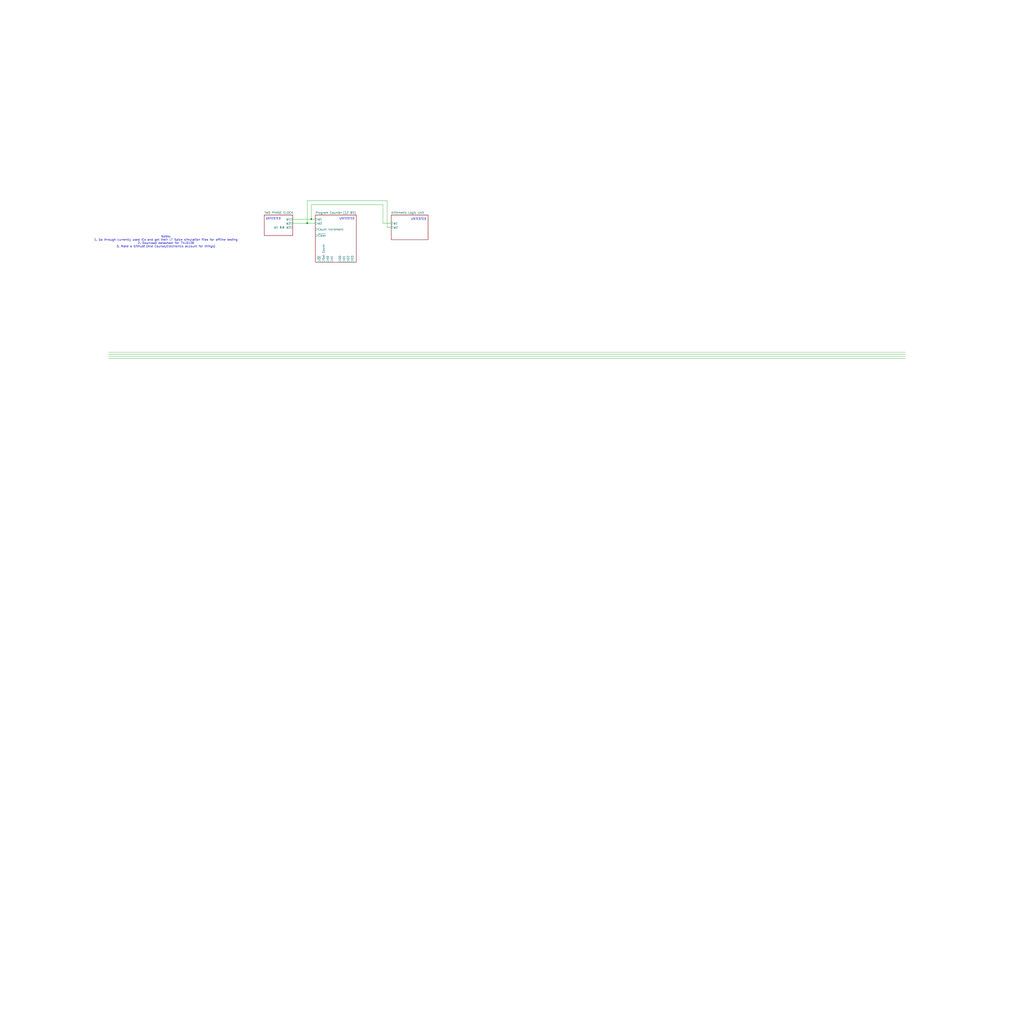
<source format=kicad_sch>
(kicad_sch (version 20231120) (generator "eeschema") (generator_version "8.0")
  (paper "User" 635 635)
  (lib_symbols
    (symbol "74xx:74HC04"
      (property "Reference" "U" (at 0 1.27 0))
      (property "Value" "74HC04" (at 0 -1.27 0))
      (symbol "74HC04_1_0"
        (pin input line (at -7.62 0 0) (length 3.81) (name "~") (number "1"))
        (pin output inverted (at 7.62 0 180) (length 3.81) (name "~") (number "2"))
      )
      (symbol "74HC04_2_0"
        (pin input line (at -7.62 0 0) (length 3.81) (name "~") (number "3"))
        (pin output inverted (at 7.62 0 180) (length 3.81) (name "~") (number "4"))
      )
      (symbol "74HC04_3_0"
        (pin input line (at -7.62 0 0) (length 3.81) (name "~") (number "5"))
        (pin output inverted (at 7.62 0 180) (length 3.81) (name "~") (number "6"))
      )
      (symbol "74HC04_4_0"
        (pin output inverted (at 7.62 0 180) (length 3.81) (name "~") (number "8"))
        (pin input line (at -7.62 0 0) (length 3.81) (name "~") (number "9"))
      )
      (symbol "74HC04_5_0"
        (pin output inverted (at 7.62 0 180) (length 3.81) (name "~") (number "10"))
        (pin input line (at -7.62 0 0) (length 3.81) (name "~") (number "11"))
      )
      (symbol "74HC04_6_0"
        (pin output inverted (at 7.62 0 180) (length 3.81) (name "~") (number "12"))
        (pin input line (at -7.62 0 0) (length 3.81) (name "~") (number "13"))
      )
      (symbol "74HC04_7_0"
        (pin power_in line (at 0 12.7 270) (length 5.08) (name "VCC") (number "14"))
        (pin power_in line (at 0 -12.7 90) (length 5.08) (name "GND") (number "7"))
      )
    )
    (symbol "74xx:74LS00" (pin_names (offset 1.016))
      (property "Reference" "U" (at 0 1.27 0))
      (property "Value" "74LS00" (at 0 -1.27 0))
      (symbol "74LS00_1_1"
        (pin input line (at -7.62 2.54 0) (length 3.81) (name "~") (number "1"))
        (pin input line (at -7.62 -2.54 0) (length 3.81) (name "~") (number "2"))
        (pin output inverted (at 7.62 0 180) (length 3.81) (name "~") (number "3"))
      )
      (symbol "74LS00_1_2"
        (pin input inverted (at -7.62 2.54 0) (length 4.318) (name "~") (number "1"))
        (pin input inverted (at -7.62 -2.54 0) (length 4.318) (name "~") (number "2"))
        (pin output line (at 7.62 0 180) (length 3.81) (name "~") (number "3"))
      )
      (symbol "74LS00_2_1"
        (pin input line (at -7.62 2.54 0) (length 3.81) (name "~") (number "4"))
        (pin input line (at -7.62 -2.54 0) (length 3.81) (name "~") (number "5"))
        (pin output inverted (at 7.62 0 180) (length 3.81) (name "~") (number "6"))
      )
      (symbol "74LS00_2_2"
        (pin input inverted (at -7.62 2.54 0) (length 4.318) (name "~") (number "4"))
        (pin input inverted (at -7.62 -2.54 0) (length 4.318) (name "~") (number "5"))
        (pin output line (at 7.62 0 180) (length 3.81) (name "~") (number "6"))
      )
      (symbol "74LS00_3_1"
        (pin input line (at -7.62 -2.54 0) (length 3.81) (name "~") (number "10"))
        (pin output inverted (at 7.62 0 180) (length 3.81) (name "~") (number "8"))
        (pin input line (at -7.62 2.54 0) (length 3.81) (name "~") (number "9"))
      )
      (symbol "74LS00_3_2"
        (pin input inverted (at -7.62 -2.54 0) (length 4.318) (name "~") (number "10"))
        (pin output line (at 7.62 0 180) (length 3.81) (name "~") (number "8"))
        (pin input inverted (at -7.62 2.54 0) (length 4.318) (name "~") (number "9"))
      )
      (symbol "74LS00_4_1"
        (pin output inverted (at 7.62 0 180) (length 3.81) (name "~") (number "11"))
        (pin input line (at -7.62 2.54 0) (length 3.81) (name "~") (number "12"))
        (pin input line (at -7.62 -2.54 0) (length 3.81) (name "~") (number "13"))
      )
      (symbol "74LS00_4_2"
        (pin output line (at 7.62 0 180) (length 3.81) (name "~") (number "11"))
        (pin input inverted (at -7.62 2.54 0) (length 4.318) (name "~") (number "12"))
        (pin input inverted (at -7.62 -2.54 0) (length 4.318) (name "~") (number "13"))
      )
      (symbol "74LS00_5_0"
        (pin power_in line (at 0 12.7 270) (length 5.08) (name "VCC") (number "14"))
        (pin power_in line (at 0 -12.7 90) (length 5.08) (name "GND") (number "7"))
      )
    )
    (symbol "74xx:74LS02" (pin_names (offset 1.016))
      (property "Reference" "U" (at 0 1.27 0))
      (property "Value" "74LS02" (at 0 -1.27 0))
      (symbol "74LS02_1_1"
        (pin output inverted (at 7.62 0 180) (length 3.81) (name "~") (number "1"))
        (pin input line (at -7.62 2.54 0) (length 4.318) (name "~") (number "2"))
        (pin input line (at -7.62 -2.54 0) (length 4.318) (name "~") (number "3"))
      )
      (symbol "74LS02_1_2"
        (pin output line (at 7.62 0 180) (length 3.81) (name "~") (number "1"))
        (pin input inverted (at -7.62 2.54 0) (length 3.81) (name "~") (number "2"))
        (pin input inverted (at -7.62 -2.54 0) (length 3.81) (name "~") (number "3"))
      )
      (symbol "74LS02_2_1"
        (pin output inverted (at 7.62 0 180) (length 3.81) (name "~") (number "4"))
        (pin input line (at -7.62 2.54 0) (length 4.318) (name "~") (number "5"))
        (pin input line (at -7.62 -2.54 0) (length 4.318) (name "~") (number "6"))
      )
      (symbol "74LS02_2_2"
        (pin output line (at 7.62 0 180) (length 3.81) (name "~") (number "4"))
        (pin input inverted (at -7.62 2.54 0) (length 3.81) (name "~") (number "5"))
        (pin input inverted (at -7.62 -2.54 0) (length 3.81) (name "~") (number "6"))
      )
      (symbol "74LS02_3_1"
        (pin output inverted (at 7.62 0 180) (length 3.81) (name "~") (number "10"))
        (pin input line (at -7.62 2.54 0) (length 4.318) (name "~") (number "8"))
        (pin input line (at -7.62 -2.54 0) (length 4.318) (name "~") (number "9"))
      )
      (symbol "74LS02_3_2"
        (pin output line (at 7.62 0 180) (length 3.81) (name "~") (number "10"))
        (pin input inverted (at -7.62 2.54 0) (length 3.81) (name "~") (number "8"))
        (pin input inverted (at -7.62 -2.54 0) (length 3.81) (name "~") (number "9"))
      )
      (symbol "74LS02_4_1"
        (pin input line (at -7.62 2.54 0) (length 4.318) (name "~") (number "11"))
        (pin input line (at -7.62 -2.54 0) (length 4.318) (name "~") (number "12"))
        (pin output inverted (at 7.62 0 180) (length 3.81) (name "~") (number "13"))
      )
      (symbol "74LS02_4_2"
        (pin input inverted (at -7.62 2.54 0) (length 3.81) (name "~") (number "11"))
        (pin input inverted (at -7.62 -2.54 0) (length 3.81) (name "~") (number "12"))
        (pin output line (at 7.62 0 180) (length 3.81) (name "~") (number "13"))
      )
      (symbol "74LS02_5_0"
        (pin power_in line (at 0 12.7 270) (length 5.08) (name "VCC") (number "14"))
        (pin power_in line (at 0 -12.7 90) (length 5.08) (name "GND") (number "7"))
      )
    )
    (symbol "74xx:74LS04"
      (property "Reference" "U" (at 0 1.27 0))
      (property "Value" "74LS04" (at 0 -1.27 0))
      (symbol "74LS04_1_0"
        (pin input line (at -7.62 0 0) (length 3.81) (name "~") (number "1"))
        (pin output inverted (at 7.62 0 180) (length 3.81) (name "~") (number "2"))
      )
      (symbol "74LS04_2_0"
        (pin input line (at -7.62 0 0) (length 3.81) (name "~") (number "3"))
        (pin output inverted (at 7.62 0 180) (length 3.81) (name "~") (number "4"))
      )
      (symbol "74LS04_3_0"
        (pin input line (at -7.62 0 0) (length 3.81) (name "~") (number "5"))
        (pin output inverted (at 7.62 0 180) (length 3.81) (name "~") (number "6"))
      )
      (symbol "74LS04_4_0"
        (pin output inverted (at 7.62 0 180) (length 3.81) (name "~") (number "8"))
        (pin input line (at -7.62 0 0) (length 3.81) (name "~") (number "9"))
      )
      (symbol "74LS04_5_0"
        (pin output inverted (at 7.62 0 180) (length 3.81) (name "~") (number "10"))
        (pin input line (at -7.62 0 0) (length 3.81) (name "~") (number "11"))
      )
      (symbol "74LS04_6_0"
        (pin output inverted (at 7.62 0 180) (length 3.81) (name "~") (number "12"))
        (pin input line (at -7.62 0 0) (length 3.81) (name "~") (number "13"))
      )
      (symbol "74LS04_7_0"
        (pin power_in line (at 0 12.7 270) (length 5.08) (name "VCC") (number "14"))
        (pin power_in line (at 0 -12.7 90) (length 5.08) (name "GND") (number "7"))
      )
    )
    (symbol "74xx:74LS08" (pin_names (offset 1.016))
      (property "Reference" "U" (at 0 1.27 0))
      (property "Value" "74LS08" (at 0 -1.27 0))
      (symbol "74LS08_1_1"
        (pin input line (at -7.62 2.54 0) (length 3.81) (name "~") (number "1"))
        (pin input line (at -7.62 -2.54 0) (length 3.81) (name "~") (number "2"))
        (pin output line (at 7.62 0 180) (length 3.81) (name "~") (number "3"))
      )
      (symbol "74LS08_1_2"
        (pin input inverted (at -7.62 2.54 0) (length 4.318) (name "~") (number "1"))
        (pin input inverted (at -7.62 -2.54 0) (length 4.318) (name "~") (number "2"))
        (pin output inverted (at 7.62 0 180) (length 3.81) (name "~") (number "3"))
      )
      (symbol "74LS08_2_1"
        (pin input line (at -7.62 2.54 0) (length 3.81) (name "~") (number "4"))
        (pin input line (at -7.62 -2.54 0) (length 3.81) (name "~") (number "5"))
        (pin output line (at 7.62 0 180) (length 3.81) (name "~") (number "6"))
      )
      (symbol "74LS08_2_2"
        (pin input inverted (at -7.62 2.54 0) (length 4.318) (name "~") (number "4"))
        (pin input inverted (at -7.62 -2.54 0) (length 4.318) (name "~") (number "5"))
        (pin output inverted (at 7.62 0 180) (length 3.81) (name "~") (number "6"))
      )
      (symbol "74LS08_3_1"
        (pin input line (at -7.62 -2.54 0) (length 3.81) (name "~") (number "10"))
        (pin output line (at 7.62 0 180) (length 3.81) (name "~") (number "8"))
        (pin input line (at -7.62 2.54 0) (length 3.81) (name "~") (number "9"))
      )
      (symbol "74LS08_3_2"
        (pin input inverted (at -7.62 -2.54 0) (length 4.318) (name "~") (number "10"))
        (pin output inverted (at 7.62 0 180) (length 3.81) (name "~") (number "8"))
        (pin input inverted (at -7.62 2.54 0) (length 4.318) (name "~") (number "9"))
      )
      (symbol "74LS08_4_1"
        (pin output line (at 7.62 0 180) (length 3.81) (name "~") (number "11"))
        (pin input line (at -7.62 2.54 0) (length 3.81) (name "~") (number "12"))
        (pin input line (at -7.62 -2.54 0) (length 3.81) (name "~") (number "13"))
      )
      (symbol "74LS08_4_2"
        (pin output inverted (at 7.62 0 180) (length 3.81) (name "~") (number "11"))
        (pin input inverted (at -7.62 2.54 0) (length 4.318) (name "~") (number "12"))
        (pin input inverted (at -7.62 -2.54 0) (length 4.318) (name "~") (number "13"))
      )
      (symbol "74LS08_5_0"
        (pin power_in line (at 0 12.7 270) (length 5.08) (name "VCC") (number "14"))
        (pin power_in line (at 0 -12.7 90) (length 5.08) (name "GND") (number "7"))
      )
    )
    (symbol "74xx:74LS161" (pin_names (offset 1.016))
      (property "Reference" "U" (at -7.62 16.51 0))
      (property "Value" "74LS161" (at -7.62 -16.51 0))
      (symbol "74LS161_1_0"
        (pin input line (at -12.7 -12.7 0) (length 5.08) (name "~{MR}") (number "1"))
        (pin input line (at -12.7 -5.08 0) (length 5.08) (name "CET") (number "10"))
        (pin output line (at 12.7 5.08 180) (length 5.08) (name "Q3") (number "11"))
        (pin output line (at 12.7 7.62 180) (length 5.08) (name "Q2") (number "12"))
        (pin output line (at 12.7 10.16 180) (length 5.08) (name "Q1") (number "13"))
        (pin output line (at 12.7 12.7 180) (length 5.08) (name "Q0") (number "14"))
        (pin output line (at 12.7 0 180) (length 5.08) (name "TC") (number "15"))
        (pin power_in line (at 0 20.32 270) (length 5.08) (name "VCC") (number "16"))
        (pin input line (at -12.7 -7.62 0) (length 5.08) (name "CP") (number "2"))
        (pin input line (at -12.7 12.7 0) (length 5.08) (name "D0") (number "3"))
        (pin input line (at -12.7 10.16 0) (length 5.08) (name "D1") (number "4"))
        (pin input line (at -12.7 7.62 0) (length 5.08) (name "D2") (number "5"))
        (pin input line (at -12.7 5.08 0) (length 5.08) (name "D3") (number "6"))
        (pin input line (at -12.7 -2.54 0) (length 5.08) (name "CEP") (number "7"))
        (pin power_in line (at 0 -20.32 90) (length 5.08) (name "GND") (number "8"))
        (pin input line (at -12.7 0 0) (length 5.08) (name "~{PE}") (number "9"))
      )
    )
    (symbol "74xx:74LS245" (pin_names (offset 1.016))
      (property "Reference" "U" (at -7.62 16.51 0))
      (property "Value" "74LS245" (at -7.62 -16.51 0))
      (symbol "74LS245_1_0"
        (pin input line (at -12.7 -10.16 0) (length 5.08) (name "A->B") (number "1"))
        (pin power_in line (at 0 -20.32 90) (length 5.08) (name "GND") (number "10"))
        (pin tri_state line (at 12.7 -5.08 180) (length 5.08) (name "B7") (number "11"))
        (pin tri_state line (at 12.7 -2.54 180) (length 5.08) (name "B6") (number "12"))
        (pin tri_state line (at 12.7 0 180) (length 5.08) (name "B5") (number "13"))
        (pin tri_state line (at 12.7 2.54 180) (length 5.08) (name "B4") (number "14"))
        (pin tri_state line (at 12.7 5.08 180) (length 5.08) (name "B3") (number "15"))
        (pin tri_state line (at 12.7 7.62 180) (length 5.08) (name "B2") (number "16"))
        (pin tri_state line (at 12.7 10.16 180) (length 5.08) (name "B1") (number "17"))
        (pin tri_state line (at 12.7 12.7 180) (length 5.08) (name "B0") (number "18"))
        (pin input inverted (at -12.7 -12.7 0) (length 5.08) (name "CE") (number "19"))
        (pin tri_state line (at -12.7 12.7 0) (length 5.08) (name "A0") (number "2"))
        (pin power_in line (at 0 20.32 270) (length 5.08) (name "VCC") (number "20"))
        (pin tri_state line (at -12.7 10.16 0) (length 5.08) (name "A1") (number "3"))
        (pin tri_state line (at -12.7 7.62 0) (length 5.08) (name "A2") (number "4"))
        (pin tri_state line (at -12.7 5.08 0) (length 5.08) (name "A3") (number "5"))
        (pin tri_state line (at -12.7 2.54 0) (length 5.08) (name "A4") (number "6"))
        (pin tri_state line (at -12.7 0 0) (length 5.08) (name "A5") (number "7"))
        (pin tri_state line (at -12.7 -2.54 0) (length 5.08) (name "A6") (number "8"))
        (pin tri_state line (at -12.7 -5.08 0) (length 5.08) (name "A7") (number "9"))
      )
    )
    (symbol "74xx:74LS32" (pin_names (offset 1.016))
      (property "Reference" "U" (at 0 1.27 0))
      (property "Value" "74LS32" (at 0 -1.27 0))
      (symbol "74LS32_1_1"
        (pin input line (at -7.62 2.54 0) (length 4.318) (name "~") (number "1"))
        (pin input line (at -7.62 -2.54 0) (length 4.318) (name "~") (number "2"))
        (pin output line (at 7.62 0 180) (length 3.81) (name "~") (number "3"))
      )
      (symbol "74LS32_1_2"
        (pin input inverted (at -7.62 2.54 0) (length 3.81) (name "~") (number "1"))
        (pin input inverted (at -7.62 -2.54 0) (length 3.81) (name "~") (number "2"))
        (pin output inverted (at 7.62 0 180) (length 3.81) (name "~") (number "3"))
      )
      (symbol "74LS32_2_1"
        (pin input line (at -7.62 2.54 0) (length 4.318) (name "~") (number "4"))
        (pin input line (at -7.62 -2.54 0) (length 4.318) (name "~") (number "5"))
        (pin output line (at 7.62 0 180) (length 3.81) (name "~") (number "6"))
      )
      (symbol "74LS32_2_2"
        (pin input inverted (at -7.62 2.54 0) (length 3.81) (name "~") (number "4"))
        (pin input inverted (at -7.62 -2.54 0) (length 3.81) (name "~") (number "5"))
        (pin output inverted (at 7.62 0 180) (length 3.81) (name "~") (number "6"))
      )
      (symbol "74LS32_3_1"
        (pin input line (at -7.62 -2.54 0) (length 4.318) (name "~") (number "10"))
        (pin output line (at 7.62 0 180) (length 3.81) (name "~") (number "8"))
        (pin input line (at -7.62 2.54 0) (length 4.318) (name "~") (number "9"))
      )
      (symbol "74LS32_3_2"
        (pin input inverted (at -7.62 -2.54 0) (length 3.81) (name "~") (number "10"))
        (pin output inverted (at 7.62 0 180) (length 3.81) (name "~") (number "8"))
        (pin input inverted (at -7.62 2.54 0) (length 3.81) (name "~") (number "9"))
      )
      (symbol "74LS32_4_1"
        (pin output line (at 7.62 0 180) (length 3.81) (name "~") (number "11"))
        (pin input line (at -7.62 2.54 0) (length 4.318) (name "~") (number "12"))
        (pin input line (at -7.62 -2.54 0) (length 4.318) (name "~") (number "13"))
      )
      (symbol "74LS32_4_2"
        (pin output inverted (at 7.62 0 180) (length 3.81) (name "~") (number "11"))
        (pin input inverted (at -7.62 2.54 0) (length 3.81) (name "~") (number "12"))
        (pin input inverted (at -7.62 -2.54 0) (length 3.81) (name "~") (number "13"))
      )
      (symbol "74LS32_5_0"
        (pin power_in line (at 0 12.7 270) (length 5.08) (name "VCC") (number "14"))
        (pin power_in line (at 0 -12.7 90) (length 5.08) (name "GND") (number "7"))
      )
    )
    (symbol "CourseyLib:74HCT573" (pin_names (offset 1.016))
      (property "Reference" "U" (at -7.62 16.51 0))
      (property "Value" "74HCT573" (at -7.62 -16.51 0))
      (symbol "74HCT573_1_0"
        (pin input inverted (at -10.16 2.54 0) (length 5.08) (name "OE") (number "1"))
        (pin power_in line (at 0 -11.43 90) (length 5.08) (name "GND") (number "10"))
        (pin input clock (at -10.16 -2.54 0) (length 5.08) (name "LE") (number "11"))
        (pin power_in line (at 0 11.43 270) (length 5.08) (name "VCC") (number "20"))
      )
      (symbol "74HCT573_2_0"
        (pin tri_state line (at 10.16 0 180) (length 5.08) (name "Q0") (number "19"))
        (pin power_in line (at -10.16 0 0) (length 5.08) (name "D0") (number "2"))
      )
      (symbol "74HCT573_3_0"
        (pin tri_state line (at 10.16 0 180) (length 5.08) (name "Q1") (number "18"))
        (pin power_in line (at -10.16 0 0) (length 5.08) (name "D1") (number "3"))
      )
      (symbol "74HCT573_4_0"
        (pin tri_state line (at 10.16 0 180) (length 5.08) (name "Q2") (number "17"))
        (pin power_in line (at -10.16 0 0) (length 5.08) (name "D2") (number "4"))
      )
      (symbol "74HCT573_5_0"
        (pin tri_state line (at 10.16 0 180) (length 5.08) (name "Q3") (number "16"))
        (pin power_in line (at -10.16 0 0) (length 5.08) (name "D3") (number "5"))
      )
      (symbol "74HCT573_6_0"
        (pin tri_state line (at 10.16 0 180) (length 5.08) (name "Q4") (number "15"))
        (pin power_in line (at -10.16 0 0) (length 5.08) (name "D4") (number "6"))
      )
      (symbol "74HCT573_7_0"
        (pin tri_state line (at 10.16 0 180) (length 5.08) (name "Q5") (number "14"))
        (pin power_in line (at -10.16 0 0) (length 5.08) (name "D5") (number "7"))
      )
      (symbol "74HCT573_8_0"
        (pin tri_state line (at 10.16 0 180) (length 5.08) (name "Q6") (number "13"))
        (pin power_in line (at -10.16 0 0) (length 5.08) (name "D6") (number "8"))
      )
      (symbol "74HCT573_9_0"
        (pin tri_state line (at 10.16 0 180) (length 5.08) (name "Q7") (number "12"))
        (pin power_in line (at -10.16 0 0) (length 5.08) (name "D7") (number "9"))
      )
    )
    (symbol "Device:Q_NMOS_SGD" (pin_names (offset 0) hide)
      (property "Reference" "Q" (at 5.08 1.27 0))
      (property "Value" "Q_NMOS_SGD" (at 5.08 -1.27 0))
      (symbol "Q_NMOS_SGD_1_1"
        (pin passive line (at 2.54 -5.08 90) (length 2.54) (name "S") (number "1"))
        (pin input line (at -5.08 0 0) (length 5.08) (name "G") (number "2"))
        (pin passive line (at 2.54 5.08 270) (length 2.54) (name "D") (number "3"))
      )
    )
  )
  (junction (at 190.5 138.43))
  (junction (at 193.04 135.89))
  (wire (pts (xy 193.04 127) (xy 193.04 135.89)))
  (wire (pts (xy 181.61 138.43) (xy 190.5 138.43)))
  (wire (pts (xy 242.57 138.43) (xy 237.49 138.43)))
  (wire (pts (xy 237.49 138.43) (xy 237.49 127)))
  (wire (pts (xy 67.31 222.25) (xy 561.34 222.25)))
  (wire (pts (xy 181.61 135.89) (xy 193.04 135.89)))
  (wire (pts (xy 190.5 138.43) (xy 195.58 138.43)))
  (wire (pts (xy 242.57 140.97) (xy 240.03 140.97)))
  (wire (pts (xy 240.03 140.97) (xy 240.03 124.46)))
  (wire (pts (xy 193.04 135.89) (xy 195.58 135.89)))
  (wire (pts (xy 237.49 127) (xy 193.04 127)))
  (wire (pts (xy 67.31 220.98) (xy 561.34 220.98)))
  (wire (pts (xy 67.31 218.44) (xy 561.34 218.44)))
  (wire (pts (xy 240.03 124.46) (xy 190.5 124.46)))
  (wire (pts (xy 67.31 219.71) (xy 561.34 219.71)))
  (wire (pts (xy 190.5 124.46) (xy 190.5 138.43)))
  (text "UNTESTED" (at 169.418 135.636 0) (effects (font (size 1.27 1.27))))
  (text "UNTESTED" (at 215.138 135.636 0) (effects (font (size 1.27 1.27))))
  (text "UNTESTED" (at 259.588 135.89 0) (effects (font (size 1.27 1.27))))
  (text "Notes:\n1. Go through currently used ICs and get their LT Spice simulation files for offline testing\n2. Download datasheet for 74LS126\n3. Make a GitHub! (And CourseyElectronics account for things)" (at 102.87 149.86 0) (effects (font (size 1.27 1.27))))
  (symbol (lib_id "74xx:74LS04") (at -223.52 248.92 0) (unit 4)
    (property "Reference" "U4" (at -223.52 240.03 0))
    (property "Value" "74LS04" (at -223.52 242.57 0))
    (property "Datasheet" "http://www.ti.com/lit/gpn/sn74LS04" (effects (hide yes)))
    (property "Description" "Hex Inverter" (effects (hide yes)))
  )
  (symbol (lib_id "74xx:74LS02") (at -158.75 320.04 0) (unit 5)
    (property "Reference" "U?" (at -151.13 318.7699 0) (effects (justify left)))
    (property "Value" "74LS02" (at -151.13 321.3099 0) (effects (justify left)))
    (property "Datasheet" "http://www.ti.com/lit/gpn/sn74ls02" (effects (hide yes)))
    (property "Description" "quad 2-input NOR gate" (effects (hide yes)))
  )
  (symbol (lib_id "74xx:74HC04") (at -137.16 187.96 0) (unit 5)
    (property "Reference" "U5" (at -137.16 179.07 0))
    (property "Value" "74HC04" (at -137.16 181.61 0))
    (property "Datasheet" "https://assets.nexperia.com/documents/data-sheet/74HC_HCT04.pdf" (effects (hide yes)))
    (property "Description" "Hex Inverter" (effects (hide yes)))
  )
  (symbol (lib_id "CourseyLib:74HCT573") (at -130.81 389.89 0) (unit 7)
    (property "Reference" "U?" (at -130.81 382.27 0))
    (property "Value" "74HCT573" (at -130.81 384.81 0))
    (property "Datasheet" "http://www.ti.com/lit/gpn/sn74HCT573" (effects (hide yes)))
    (property "Description" "8-bit Register, 3-state outputs, Transparent" (effects (hide yes)))
  )
  (symbol (lib_id "CourseyLib:74HCT573") (at -149.86 360.68 0) (unit 4)
    (property "Reference" "U?" (at -149.86 353.06 0))
    (property "Value" "74HCT573" (at -149.86 355.6 0))
    (property "Datasheet" "http://www.ti.com/lit/gpn/sn74HCT573" (effects (hide yes)))
    (property "Description" "8-bit Register, 3-state outputs, Transparent" (effects (hide yes)))
  )
  (symbol (lib_id "74xx:74LS02") (at -191.77 317.5 0) (unit 3)
    (property "Reference" "U?" (at -191.77 308.61 0))
    (property "Value" "74LS02" (at -191.77 311.15 0))
    (property "Datasheet" "http://www.ti.com/lit/gpn/sn74ls02" (effects (hide yes)))
    (property "Description" "quad 2-input NOR gate" (effects (hide yes)))
  )
  (symbol (lib_id "74xx:74LS32") (at -111.76 260.35 0) (unit 5)
    (property "Reference" "U?" (at -104.14 259.0799 0) (effects (justify left)))
    (property "Value" "74LS32" (at -104.14 261.6199 0) (effects (justify left)))
    (property "Datasheet" "http://www.ti.com/lit/gpn/sn74LS32" (effects (hide yes)))
    (property "Description" "Quad 2-input OR" (effects (hide yes)))
  )
  (symbol (lib_id "CourseyLib:74HCT573") (at -191.77 381 0) (unit 6)
    (property "Reference" "U?" (at -191.77 373.38 0))
    (property "Value" "74HCT573" (at -191.77 375.92 0))
    (property "Datasheet" "http://www.ti.com/lit/gpn/sn74HCT573" (effects (hide yes)))
    (property "Description" "8-bit Register, 3-state outputs, Transparent" (effects (hide yes)))
  )
  (symbol (lib_id "74xx:74LS08") (at -287.02 207.01 0) (unit 5)
    (property "Reference" "U2" (at -280.67 205.7399 0) (effects (justify left)))
    (property "Value" "74LS08" (at -280.67 208.2799 0) (effects (justify left)))
    (property "Datasheet" "http://www.ti.com/lit/gpn/sn74LS08" (effects (hide yes)))
    (property "Description" "Quad And2" (effects (hide yes)))
  )
  (symbol (lib_id "74xx:74LS00") (at -308.61 255.27 0) (unit 3)
    (property "Reference" "U1" (at -308.6183 246.38 0))
    (property "Value" "74LS00" (at -308.6183 248.92 0))
    (property "Datasheet" "http://www.ti.com/lit/gpn/sn74ls00" (effects (hide yes)))
    (property "Description" "quad 2-input NAND gate" (effects (hide yes)))
  )
  (symbol (lib_id "CourseyLib:74HCT573") (at -269.24 339.09 0) (unit 1)
    (property "Reference" "U?" (at -262.89 337.8199 0) (effects (justify left)))
    (property "Value" "74HCT573" (at -262.89 340.3599 0) (effects (justify left)))
    (property "Datasheet" "http://www.ti.com/lit/gpn/sn74HCT573" (effects (hide yes)))
    (property "Description" "8-bit Register, 3-state outputs, Transparent" (effects (hide yes)))
  )
  (symbol (lib_id "CourseyLib:74HCT573") (at -190.5 360.68 0) (unit 3)
    (property "Reference" "U?" (at -190.5 353.06 0))
    (property "Value" "74HCT573" (at -190.5 355.6 0))
    (property "Datasheet" "http://www.ti.com/lit/gpn/sn74HCT573" (effects (hide yes)))
    (property "Description" "8-bit Register, 3-state outputs, Transparent" (effects (hide yes)))
  )
  (symbol (lib_id "74xx:74LS04") (at -160.02 209.55 0) (unit 7)
    (property "Reference" "U4" (at -153.67 208.2799 0) (effects (justify left)))
    (property "Value" "74LS04" (at -153.67 210.8199 0) (effects (justify left)))
    (property "Datasheet" "http://www.ti.com/lit/gpn/sn74LS04" (effects (hide yes)))
    (property "Description" "Hex Inverter" (effects (hide yes)))
  )
  (symbol (lib_id "CourseyLib:74HCT573") (at -231.14 360.68 0) (unit 2)
    (property "Reference" "U?" (at -231.14 353.06 0))
    (property "Value" "74HCT573" (at -231.14 355.6 0))
    (property "Datasheet" "http://www.ti.com/lit/gpn/sn74HCT573" (effects (hide yes)))
    (property "Description" "8-bit Register, 3-state outputs, Transparent" (effects (hide yes)))
  )
  (symbol (lib_id "74xx:74LS161") (at -59.69 204.47 0) (unit 1)
    (property "Reference" "U7" (at -57.4959 184.15 0) (effects (justify left)))
    (property "Value" "74LS161" (at -57.4959 186.69 0) (effects (justify left)))
    (property "Datasheet" "http://www.ti.com/lit/gpn/sn74LS161" (effects (hide yes)))
    (property "Description" "Synchronous 4-bit programmable binary Counter" (effects (hide yes)))
  )
  (symbol (lib_id "74xx:74LS32") (at -125.73 284.48 0) (unit 4)
    (property "Reference" "U?" (at -125.73 275.59 0))
    (property "Value" "74LS32" (at -125.73 278.13 0))
    (property "Datasheet" "http://www.ti.com/lit/gpn/sn74LS32" (effects (hide yes)))
    (property "Description" "Quad 2-input OR" (effects (hide yes)))
  )
  (symbol (lib_id "CourseyLib:74HCT573") (at -210.82 368.3 0) (unit 2)
    (property "Reference" "U?" (at -210.82 360.68 0))
    (property "Value" "74HCT573" (at -210.82 363.22 0))
    (property "Datasheet" "http://www.ti.com/lit/gpn/sn74HCT573" (effects (hide yes)))
    (property "Description" "8-bit Register, 3-state outputs, Transparent" (effects (hide yes)))
  )
  (symbol (lib_id "CourseyLib:74HCT573") (at -109.22 360.68 0) (unit 5)
    (property "Reference" "U?" (at -109.22 353.06 0))
    (property "Value" "74HCT573" (at -109.22 355.6 0))
    (property "Datasheet" "http://www.ti.com/lit/gpn/sn74HCT573" (effects (hide yes)))
    (property "Description" "8-bit Register, 3-state outputs, Transparent" (effects (hide yes)))
  )
  (symbol (lib_id "74xx:74LS02") (at -198.12 339.09 0) (unit 4)
    (property "Reference" "U?" (at -198.12 330.2 0))
    (property "Value" "74LS02" (at -198.12 332.74 0))
    (property "Datasheet" "http://www.ti.com/lit/gpn/sn74ls02" (effects (hide yes)))
    (property "Description" "quad 2-input NOR gate" (effects (hide yes)))
  )
  (symbol (lib_id "74xx:74HC04") (at -166.37 179.07 0) (unit 4)
    (property "Reference" "U5" (at -166.37 170.18 0))
    (property "Value" "74HC04" (at -166.37 172.72 0))
    (property "Datasheet" "https://assets.nexperia.com/documents/data-sheet/74HC_HCT04.pdf" (effects (hide yes)))
    (property "Description" "Hex Inverter" (effects (hide yes)))
  )
  (symbol (lib_id "CourseyLib:74HCT573") (at -72.39 320.04 0) (unit 9)
    (property "Reference" "U?" (at -72.39 312.42 0))
    (property "Value" "74HCT573" (at -72.39 314.96 0))
    (property "Datasheet" "http://www.ti.com/lit/gpn/sn74HCT573" (effects (hide yes)))
    (property "Description" "8-bit Register, 3-state outputs, Transparent" (effects (hide yes)))
  )
  (symbol (lib_id "CourseyLib:74HCT573") (at -171.45 388.62 0) (unit 6)
    (property "Reference" "U?" (at -171.45 381 0))
    (property "Value" "74HCT573" (at -171.45 383.54 0))
    (property "Datasheet" "http://www.ti.com/lit/gpn/sn74HCT573" (effects (hide yes)))
    (property "Description" "8-bit Register, 3-state outputs, Transparent" (effects (hide yes)))
  )
  (symbol (lib_id "74xx:74LS00") (at -220.98 204.47 0) (unit 2)
    (property "Reference" "U1" (at -220.9883 195.58 0))
    (property "Value" "74LS00" (at -220.9883 198.12 0))
    (property "Datasheet" "http://www.ti.com/lit/gpn/sn74ls00" (effects (hide yes)))
    (property "Description" "quad 2-input NAND gate" (effects (hide yes)))
  )
  (symbol (lib_id "74xx:74LS32") (at -134.62 254 0) (unit 3)
    (property "Reference" "U?" (at -134.62 245.11 0))
    (property "Value" "74LS32" (at -134.62 247.65 0))
    (property "Datasheet" "http://www.ti.com/lit/gpn/sn74LS32" (effects (hide yes)))
    (property "Description" "Quad 2-input OR" (effects (hide yes)))
  )
  (symbol (lib_id "Device:Q_NMOS_SGD") (at -194.31 207.01 0) (unit 1)
    (property "Reference" "Q1" (at -187.96 205.7399 0) (effects (justify left)))
    (property "Value" "2N7000" (at -187.96 208.2799 0) (effects (justify left)))
    (property "Description" "N-MOSFET transistor, source/gate/drain" (effects (hide yes)))
  )
  (symbol (lib_id "74xx:74LS32") (at -153.67 269.24 0) (unit 2)
    (property "Reference" "U?" (at -153.67 260.35 0))
    (property "Value" "74LS32" (at -153.67 262.89 0))
    (property "Datasheet" "http://www.ti.com/lit/gpn/sn74LS32" (effects (hide yes)))
    (property "Description" "Quad 2-input OR" (effects (hide yes)))
  )
  (symbol (lib_id "74xx:74HC04") (at -100.33 189.23 0) (unit 7)
    (property "Reference" "U5" (at -93.98 187.9599 0) (effects (justify left)))
    (property "Value" "74HC04" (at -93.98 190.4999 0) (effects (justify left)))
    (property "Datasheet" "https://assets.nexperia.com/documents/data-sheet/74HC_HCT04.pdf" (effects (hide yes)))
    (property "Description" "Hex Inverter" (effects (hide yes)))
  )
  (symbol (lib_id "CourseyLib:74HCT573") (at -170.18 368.3 0) (unit 3)
    (property "Reference" "U?" (at -170.18 360.68 0))
    (property "Value" "74HCT573" (at -170.18 363.22 0))
    (property "Datasheet" "http://www.ti.com/lit/gpn/sn74HCT573" (effects (hide yes)))
    (property "Description" "8-bit Register, 3-state outputs, Transparent" (effects (hide yes)))
  )
  (symbol (lib_id "74xx:74LS04") (at -200.66 245.11 0) (unit 5)
    (property "Reference" "U4" (at -200.66 236.22 0))
    (property "Value" "74LS04" (at -200.66 238.76 0))
    (property "Datasheet" "http://www.ti.com/lit/gpn/sn74LS04" (effects (hide yes)))
    (property "Description" "Hex Inverter" (effects (hide yes)))
  )
  (symbol (lib_id "74xx:74LS04") (at -226.06 234.95 0) (unit 3)
    (property "Reference" "U4" (at -226.06 226.06 0))
    (property "Value" "74LS04" (at -226.06 228.6 0))
    (property "Datasheet" "http://www.ti.com/lit/gpn/sn74LS04" (effects (hide yes)))
    (property "Description" "Hex Inverter" (effects (hide yes)))
  )
  (symbol (lib_id "CourseyLib:74HCT573") (at -129.54 368.3 0) (unit 4)
    (property "Reference" "U?" (at -129.54 360.68 0))
    (property "Value" "74HCT573" (at -129.54 363.22 0))
    (property "Datasheet" "http://www.ti.com/lit/gpn/sn74HCT573" (effects (hide yes)))
    (property "Description" "8-bit Register, 3-state outputs, Transparent" (effects (hide yes)))
  )
  (symbol (lib_id "74xx:74LS00") (at -271.78 248.92 0) (unit 4)
    (property "Reference" "U1" (at -271.7883 240.03 0))
    (property "Value" "74LS00" (at -271.7883 242.57 0))
    (property "Datasheet" "http://www.ti.com/lit/gpn/sn74ls00" (effects (hide yes)))
    (property "Description" "quad 2-input NAND gate" (effects (hide yes)))
  )
  (symbol (lib_id "CourseyLib:74HCT573") (at -151.13 381 0) (unit 7)
    (property "Reference" "U?" (at -151.13 373.38 0))
    (property "Value" "74HCT573" (at -151.13 375.92 0))
    (property "Datasheet" "http://www.ti.com/lit/gpn/sn74HCT573" (effects (hide yes)))
    (property "Description" "8-bit Register, 3-state outputs, Transparent" (effects (hide yes)))
  )
  (symbol (lib_id "74xx:74LS245") (at -281.94 293.37 0) (unit 1)
    (property "Reference" "U3" (at -279.7459 273.05 0) (effects (justify left)))
    (property "Value" "74LS245" (at -279.7459 275.59 0) (effects (justify left)))
    (property "Datasheet" "http://www.ti.com/lit/gpn/sn74LS245" (effects (hide yes)))
    (property "Description" "Octal BUS Transceivers, 3-State outputs" (effects (hide yes)))
  )
  (symbol (lib_id "74xx:74LS00") (at -204.47 194.31 0) (unit 1)
    (property "Reference" "U1" (at -204.4783 185.42 0))
    (property "Value" "74LS00" (at -204.4783 187.96 0))
    (property "Datasheet" "http://www.ti.com/lit/gpn/sn74ls00" (effects (hide yes)))
    (property "Description" "quad 2-input NAND gate" (effects (hide yes)))
  )
  (symbol (lib_id "74xx:74LS04") (at -196.85 259.08 0) (unit 6)
    (property "Reference" "U4" (at -196.85 250.19 0))
    (property "Value" "74LS04" (at -196.85 252.73 0))
    (property "Datasheet" "http://www.ti.com/lit/gpn/sn74LS04" (effects (hide yes)))
    (property "Description" "Hex Inverter" (effects (hide yes)))
  )
  (symbol (lib_id "74xx:74LS08") (at -55.88 243.84 0) (unit 5)
    (property "Reference" "U6" (at -48.26 242.5699 0) (effects (justify left)))
    (property "Value" "74LS08" (at -48.26 245.1099 0) (effects (justify left)))
    (property "Datasheet" "http://www.ti.com/lit/gpn/sn74LS08" (effects (hide yes)))
    (property "Description" "Quad And2" (effects (hide yes)))
  )
  (symbol (lib_id "CourseyLib:74HCT573") (at -52.07 314.96 0) (unit 8)
    (property "Reference" "U?" (at -52.07 307.34 0))
    (property "Value" "74HCT573" (at -52.07 309.88 0))
    (property "Datasheet" "http://www.ti.com/lit/gpn/sn74HCT573" (effects (hide yes)))
    (property "Description" "8-bit Register, 3-state outputs, Transparent" (effects (hide yes)))
  )
  (symbol (lib_id "74xx:74HC04") (at -119.38 207.01 0) (unit 6)
    (property "Reference" "U5" (at -119.38 198.12 0))
    (property "Value" "74HC04" (at -119.38 200.66 0))
    (property "Datasheet" "https://assets.nexperia.com/documents/data-sheet/74HC_HCT04.pdf" (effects (hide yes)))
    (property "Description" "Hex Inverter" (effects (hide yes)))
  )
  (symbol (lib_id "CourseyLib:74HCT573") (at -97.79 313.69 0) (unit 8)
    (property "Reference" "U?" (at -97.79 306.07 0))
    (property "Value" "74HCT573" (at -97.79 308.61 0))
    (property "Datasheet" "http://www.ti.com/lit/gpn/sn74HCT573" (effects (hide yes)))
    (property "Description" "8-bit Register, 3-state outputs, Transparent" (effects (hide yes)))
  )
  (symbol (lib_id "CourseyLib:74HCT573") (at -66.04 303.53 0) (unit 9)
    (property "Reference" "U?" (at -66.04 295.91 0))
    (property "Value" "74HCT573" (at -66.04 298.45 0))
    (property "Datasheet" "http://www.ti.com/lit/gpn/sn74HCT573" (effects (hide yes)))
    (property "Description" "8-bit Register, 3-state outputs, Transparent" (effects (hide yes)))
  )
  (symbol (lib_id "CourseyLib:74HCT573") (at -212.09 388.62 0) (unit 5)
    (property "Reference" "U?" (at -212.09 381 0))
    (property "Value" "74HCT573" (at -212.09 383.54 0))
    (property "Datasheet" "http://www.ti.com/lit/gpn/sn74HCT573" (effects (hide yes)))
    (property "Description" "8-bit Register, 3-state outputs, Transparent" (effects (hide yes)))
  )
  (symbol (lib_id "CourseyLib:74HCT573") (at -269.24 383.54 0) (unit 1)
    (property "Reference" "U?" (at -262.89 382.2699 0) (effects (justify left)))
    (property "Value" "74HCT573" (at -262.89 384.8099 0) (effects (justify left)))
    (property "Datasheet" "http://www.ti.com/lit/gpn/sn74HCT573" (effects (hide yes)))
    (property "Description" "8-bit Register, 3-state outputs, Transparent" (effects (hide yes)))
  )
  (symbol (lib_id "74xx:74LS02") (at -204.47 298.45 0) (unit 2)
    (property "Reference" "U?" (at -204.47 289.56 0))
    (property "Value" "74LS02" (at -204.47 292.1 0))
    (property "Datasheet" "http://www.ti.com/lit/gpn/sn74ls02" (effects (hide yes)))
    (property "Description" "quad 2-input NOR gate" (effects (hide yes)))
  )
  (symbol (lib_id "74xx:74LS00") (at -292.1 236.22 0) (unit 5)
    (property "Reference" "U1" (at -285.75 234.9499 0) (effects (justify left)))
    (property "Value" "74LS00" (at -285.75 237.4899 0) (effects (justify left)))
    (property "Datasheet" "http://www.ti.com/lit/gpn/sn74ls00" (effects (hide yes)))
    (property "Description" "quad 2-input NAND gate" (effects (hide yes)))
  )
  (symbol (lib_id "74xx:74LS04") (at -240.03 243.84 0) (unit 2)
    (property "Reference" "U4" (at -240.03 234.95 0))
    (property "Value" "74LS04" (at -240.03 237.49 0))
    (property "Datasheet" "http://www.ti.com/lit/gpn/sn74LS04" (effects (hide yes)))
    (property "Description" "Hex Inverter" (effects (hide yes)))
  )
  (sheet (at 163.83 133.35) (size 17.78 12.7) (stroke (width 0.1524))
    (property "Sheetname" "TWO PHASE CLOCK" (at 163.83 132.6384 0) (effects (justify left bottom)))
    (property "Sheetfile" "TWOPHASECLOCK.kicad_sch" (effects (hide yes)))
    (pin "φ2" output (at 181.61 138.43 0))
    (pin "φ1 && φ2" output (at 181.61 140.97 0))
    (pin "φ1" output (at 181.61 135.89 0))
  )
  (sheet (at 242.57 133.35) (size 22.86 15.24) (stroke (width 0.1524))
    (property "Sheetname" "Arithmetic Logic Unit" (at 242.57 132.6384 0) (effects (justify left bottom)))
    (property "Sheetfile" "Arithmetic Logic Unit.kicad_sch" (effects (hide yes)))
    (pin "φ1" input (at 242.57 138.43 180))
    (pin "φ2" input (at 242.57 140.97 180))
  )
  (sheet (at 195.58 133.35) (size 25.4 29.21) (stroke (width 0.1524))
    (property "Sheetname" "Program Counter [12 Bit]" (at 195.58 132.6384 0) (effects (justify left bottom)))
    (property "Sheetfile" "ProgramCounter12Bit.kicad_sch" (effects (hide yes)))
    (pin "φ1" input (at 195.58 135.89 180))
    (pin "φ2" input (at 195.58 138.43 180))
    (pin "Count Increment" input (at 195.58 142.24 180))
    (pin "D1" input (at 213.36 162.56 270))
    (pin "D0" input (at 210.82 162.56 270))
    (pin "D2" input (at 215.9 162.56 270))
    (pin "D3" input (at 218.44 162.56 270))
    (pin "A1" input (at 205.74 162.56 270))
    (pin "A0" input (at 203.2 162.56 270))
    (pin "Set Count" input (at 200.66 162.56 270))
    (pin "~{Clear}" input (at 195.58 146.05 180))
    (pin "~{OE}" input (at 198.12 162.56 270))
  )
)
</source>
